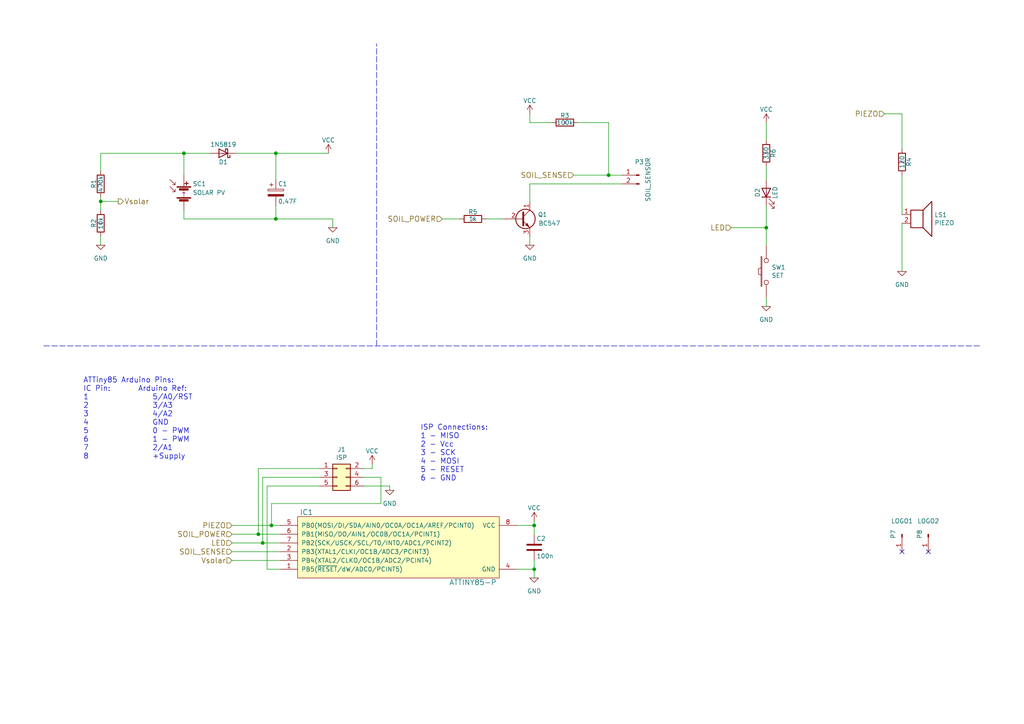
<source format=kicad_sch>
(kicad_sch (version 20250114) (generator "eeschema") (generator_version "9.0")
  (paper "A4")
  (title_block (title "Solar Motor Controller") (date "2017-04-24") (rev "1") (company "The Curious Electric Compnay"))
  (lib_symbols
    (symbol "Connector:Conn_01x01_Male" (pin_names (offset 1.016) (hide yes))
      (property "Reference" "J" (at 0 2.54 0))
      (property "Value" "Connector_Conn_01x01_Male" (at 0 -2.54 0))
      (symbol "Conn_01x01_Male_1_1"
        (rectangle (start 0.8636 0.127) (end 0 -0.127) (stroke (width 0.1524)) (fill (type outline)))
        (polyline (pts (xy 1.27 0) (xy 0.8636 0)) (stroke (width 0.1524)))
        (pin passive line (at 5.08 0 180) (length 3.81) (name "Pin_1") (number "1"))
      )
    )
    (symbol "Connector:Conn_01x02_Male" (pin_names (offset 1.016) (hide yes))
      (property "Reference" "J" (at 0 2.54 0))
      (property "Value" "Connector_Conn_01x02_Male" (at 0 -5.08 0))
      (symbol "Conn_01x02_Male_1_1"
        (rectangle (start 0.8636 0.127) (end 0 -0.127) (stroke (width 0.1524)) (fill (type outline)))
        (rectangle (start 0.8636 -2.413) (end 0 -2.667) (stroke (width 0.1524)) (fill (type outline)))
        (polyline (pts (xy 1.27 0) (xy 0.8636 0)) (stroke (width 0.1524)))
        (polyline (pts (xy 1.27 -2.54) (xy 0.8636 -2.54)) (stroke (width 0.1524)))
        (pin passive line (at 5.08 0 180) (length 3.81) (name "Pin_1") (number "1"))
        (pin passive line (at 5.08 -2.54 180) (length 3.81) (name "Pin_2") (number "2"))
      )
    )
    (symbol "Connector_Generic:Conn_02x03_Odd_Even" (pin_names (offset 1.016) (hide yes))
      (property "Reference" "J" (at 1.27 5.08 0))
      (property "Value" "Conn_02x03_Odd_Even" (at 1.27 -5.08 0))
      (symbol "Conn_02x03_Odd_Even_1_1"
        (rectangle (start -1.27 3.81) (end 3.81 -3.81) (stroke (width 0.254)) (fill (type background)))
        (rectangle (start -1.27 2.667) (end 0 2.413) (stroke (width 0.1524)))
        (rectangle (start -1.27 0.127) (end 0 -0.127) (stroke (width 0.1524)))
        (rectangle (start -1.27 -2.413) (end 0 -2.667) (stroke (width 0.1524)))
        (rectangle (start 3.81 2.667) (end 2.54 2.413) (stroke (width 0.1524)))
        (rectangle (start 3.81 0.127) (end 2.54 -0.127) (stroke (width 0.1524)))
        (rectangle (start 3.81 -2.413) (end 2.54 -2.667) (stroke (width 0.1524)))
        (pin passive line (at -5.08 2.54 0) (length 3.81) (name "Pin_1") (number "1"))
        (pin passive line (at -5.08 0 0) (length 3.81) (name "Pin_3") (number "3"))
        (pin passive line (at -5.08 -2.54 0) (length 3.81) (name "Pin_5") (number "5"))
        (pin passive line (at 7.62 2.54 180) (length 3.81) (name "Pin_2") (number "2"))
        (pin passive line (at 7.62 0 180) (length 3.81) (name "Pin_4") (number "4"))
        (pin passive line (at 7.62 -2.54 180) (length 3.81) (name "Pin_6") (number "6"))
      )
    )
    (symbol "Device:C" (pin_numbers (hide yes)) (pin_names (offset 0.254))
      (property "Reference" "C" (at 0.635 2.54 0))
      (property "Value" "C" (at 0.635 -2.54 0))
      (symbol "C_0_1"
        (polyline (pts (xy -2.032 0.762) (xy 2.032 0.762)) (stroke (width 0.508)))
        (polyline (pts (xy -2.032 -0.762) (xy 2.032 -0.762)) (stroke (width 0.508)))
      )
      (symbol "C_1_1"
        (pin passive line (at 0 3.81 270) (length 2.794) (name "~") (number "1"))
        (pin passive line (at 0 -3.81 90) (length 2.794) (name "~") (number "2"))
      )
    )
    (symbol "Device:CP" (pin_numbers (hide yes)) (pin_names (offset 0.254))
      (property "Reference" "C" (at 0.635 2.54 0))
      (property "Value" "Device_CP" (at 0.635 -2.54 0))
      (symbol "CP_0_1"
        (rectangle (start -2.286 0.508) (end 2.286 1.016))
        (polyline (pts (xy -1.778 2.286) (xy -0.762 2.286)))
        (polyline (pts (xy -1.27 2.794) (xy -1.27 1.778)))
        (rectangle (start 2.286 -0.508) (end -2.286 -1.016) (fill (type outline)))
      )
      (symbol "CP_1_1"
        (pin passive line (at 0 3.81 270) (length 2.794) (name "~") (number "1"))
        (pin passive line (at 0 -3.81 90) (length 2.794) (name "~") (number "2"))
      )
    )
    (symbol "Device:D_Schottky" (pin_numbers (hide yes)) (pin_names (offset 1.016) (hide yes))
      (property "Reference" "D" (at 0 2.54 0))
      (property "Value" "D_Schottky" (at 0 -2.54 0))
      (symbol "D_Schottky_0_1"
        (polyline (pts (xy -1.905 0.635) (xy -1.905 1.27) (xy -1.27 1.27) (xy -1.27 -1.27) (xy -0.635 -1.27) (xy -0.635 -0.635)) (stroke (width 0.254)))
        (polyline (pts (xy 1.27 1.27) (xy 1.27 -1.27) (xy -1.27 0) (xy 1.27 1.27)) (stroke (width 0.254)))
        (polyline (pts (xy 1.27 0) (xy -1.27 0)))
      )
      (symbol "D_Schottky_1_1"
        (pin passive line (at -3.81 0 0) (length 2.54) (name "K") (number "1"))
        (pin passive line (at 3.81 0 180) (length 2.54) (name "A") (number "2"))
      )
    )
    (symbol "Device:LED" (pin_numbers (hide yes)) (pin_names (offset 1.016) (hide yes))
      (property "Reference" "D" (at 0 2.54 0))
      (property "Value" "LED" (at 0 -2.54 0))
      (symbol "LED_0_1"
        (polyline (pts (xy -3.048 -0.762) (xy -4.572 -2.286) (xy -3.81 -2.286) (xy -4.572 -2.286) (xy -4.572 -1.524)))
        (polyline (pts (xy -1.778 -0.762) (xy -3.302 -2.286) (xy -2.54 -2.286) (xy -3.302 -2.286) (xy -3.302 -1.524)))
        (polyline (pts (xy -1.27 0) (xy 1.27 0)))
        (polyline (pts (xy -1.27 -1.27) (xy -1.27 1.27)) (stroke (width 0.254)))
        (polyline (pts (xy 1.27 -1.27) (xy 1.27 1.27) (xy -1.27 0) (xy 1.27 -1.27)) (stroke (width 0.254)))
      )
      (symbol "LED_1_1"
        (pin passive line (at -3.81 0 0) (length 2.54) (name "K") (number "1"))
        (pin passive line (at 3.81 0 180) (length 2.54) (name "A") (number "2"))
      )
    )
    (symbol "Device:Q_NPN_CBE" (pin_names (offset 0) (hide yes))
      (property "Reference" "Q" (at 5.08 1.27 0))
      (property "Value" "Device_Q_NPN_CBE" (at 5.08 -1.27 0))
      (symbol "Q_NPN_CBE_0_1"
        (polyline (pts (xy 0.635 1.905) (xy 0.635 -1.905) (xy 0.635 -1.905)) (stroke (width 0.508)))
        (polyline (pts (xy 0.635 0.635) (xy 2.54 2.54)))
        (polyline (pts (xy 0.635 -0.635) (xy 2.54 -2.54) (xy 2.54 -2.54)))
        (circle (center 1.27 0) (radius 2.8194) (stroke (width 0.254)))
        (polyline (pts (xy 1.27 -1.778) (xy 1.778 -1.27) (xy 2.286 -2.286) (xy 1.27 -1.778) (xy 1.27 -1.778)) (fill (type outline)))
      )
      (symbol "Q_NPN_CBE_1_1"
        (pin input line (at -5.08 0 0) (length 5.715) (name "B") (number "2"))
        (pin passive line (at 2.54 5.08 270) (length 2.54) (name "C") (number "1"))
        (pin passive line (at 2.54 -5.08 90) (length 2.54) (name "E") (number "3"))
      )
    )
    (symbol "Device:R" (pin_numbers (hide yes)) (pin_names (offset 0))
      (property "Reference" "R" (at 2.032 0 90))
      (property "Value" "R" (at 0 0 90))
      (symbol "R_0_1"
        (rectangle (start -1.016 -2.54) (end 1.016 2.54) (stroke (width 0.254)))
      )
      (symbol "R_1_1"
        (pin passive line (at 0 3.81 270) (length 1.27) (name "~") (number "1"))
        (pin passive line (at 0 -3.81 90) (length 1.27) (name "~") (number "2"))
      )
    )
    (symbol "Device:Solar_Cells" (pin_numbers (hide yes)) (pin_names (offset 0) (hide yes))
      (property "Reference" "SC" (at 2.54 2.54 0))
      (property "Value" "Solar_Cells" (at 2.54 0 0))
      (symbol "Solar_Cells_0_1"
        (polyline (pts (xy -2.54 3.048) (xy -2.54 2.286) (xy -3.302 2.286)))
        (polyline (pts (xy -2.54 2.286) (xy -4.064 3.81)))
        (polyline (pts (xy -2.54 1.016) (xy -2.54 0.254) (xy -3.302 0.254)))
        (polyline (pts (xy -2.54 0.254) (xy -4.064 1.778)))
        (rectangle (start -2.032 1.778) (end 2.032 1.524) (fill (type outline)))
        (rectangle (start -2.032 -1.397) (end 2.032 -1.651) (fill (type outline)))
        (rectangle (start -1.3208 1.1938) (end 1.27 0.6858) (fill (type outline)))
        (rectangle (start -1.3208 -1.9812) (end 1.27 -2.4892) (fill (type outline)))
        (polyline (pts (xy 0 1.778) (xy 0 2.54)))
        (polyline (pts (xy 0 0.508) (xy 0 0.762)))
        (polyline (pts (xy 0 0) (xy 0 0.254)))
        (polyline (pts (xy 0 -0.508) (xy 0 -0.254)))
        (polyline (pts (xy 0 -1.016) (xy 0 -0.762)))
        (polyline (pts (xy 0 -1.524) (xy 0 -1.27)))
        (polyline (pts (xy 0.254 2.667) (xy 1.27 2.667)) (stroke (width 0.254)))
        (polyline (pts (xy 0.762 3.175) (xy 0.762 2.159)) (stroke (width 0.254)))
      )
      (symbol "Solar_Cells_1_1"
        (pin passive line (at 0 5.08 270) (length 2.54) (name "+") (number "1"))
        (pin passive line (at 0 -5.08 90) (length 2.54) (name "-") (number "2"))
      )
    )
    (symbol "Device:Speaker" (pin_names (offset 0) (hide yes))
      (property "Reference" "LS" (at 1.27 5.715 0))
      (property "Value" "Speaker" (at 1.27 3.81 0))
      (symbol "Speaker_0_0"
        (rectangle (start -2.54 1.27) (end 1.016 -3.81) (stroke (width 0.254)))
        (polyline (pts (xy 1.016 1.27) (xy 3.556 3.81) (xy 3.556 -6.35) (xy 1.016 -3.81)) (stroke (width 0.254)))
      )
      (symbol "Speaker_1_1"
        (pin input line (at -5.08 0 0) (length 2.54) (name "1") (number "1"))
        (pin input line (at -5.08 -2.54 0) (length 2.54) (name "2") (number "2"))
      )
    )
    (symbol "matts_components:ATTINY85-P" (pin_names (offset 1.016))
      (property "Reference" "IC" (at 2.54 1.27 0))
      (property "Value" "ATTINY85-P" (at 50.8 -19.05 0))
      (symbol "ATTINY85-P_0_1"
        (rectangle (start 0 0) (end 58.42 -17.78) (fill (type background)))
      )
      (symbol "ATTINY85-P_1_1"
        (pin bidirectional line (at -5.08 -2.54 0) (length 5.08) (name "PB0(MOSI/DI/SDA/AIN0/OC0A/OC1A/AREF/PCINT0)") (number "5"))
        (pin bidirectional line (at -5.08 -5.08 0) (length 5.08) (name "PB1(MISO/DO/AIN1/OC0B/OC1A/PCINT1)") (number "6"))
        (pin bidirectional line (at -5.08 -7.62 0) (length 5.08) (name "PB2(SCK/USCK/SCL/T0/INT0/ADC1/PCINT2)") (number "7"))
        (pin bidirectional line (at -5.08 -10.16 0) (length 5.08) (name "PB3(XTAL1/CLKI/OC1B/ADC3/PCINT3)") (number "2"))
        (pin bidirectional line (at -5.08 -12.7 0) (length 5.08) (name "PB4(XTAL2/CLKO/OC1B/ADC2/PCINT4)") (number "3"))
        (pin bidirectional line (at -5.08 -15.24 0) (length 5.08) (name "PB5(~{RESET}/dW/ADC0/PCINT5)") (number "1"))
        (pin power_in line (at 63.5 -2.54 180) (length 5.08) (name "VCC") (number "8"))
        (pin power_in line (at 63.5 -15.24 180) (length 5.08) (name "GND") (number "4"))
      )
    )
    (symbol "matts_components:GND" (power) (pin_names (offset 0))
      (symbol "GND_0_1"
        (polyline (pts (xy -1.27 0) (xy 0 -1.27) (xy 1.27 0) (xy -1.27 0)))
      )
      (symbol "GND_1_1"
        (pin power_in line (at 0 0 90) (length 0) (hide yes) (name "GND") (number "1"))
      )
    )
    (symbol "matts_components:SW_PUSH" (pin_numbers (hide yes)) (pin_names (offset 1.016) (hide yes))
      (property "Reference" "SW" (at 3.81 2.794 0))
      (property "Value" "SW_PUSH" (at 0 -2.032 0))
      (symbol "SW_PUSH_0_1"
        (rectangle (start -4.318 1.27) (end 4.318 1.524))
        (polyline (pts (xy -1.016 1.524) (xy -0.762 2.286) (xy 0.762 2.286) (xy 1.016 1.524)))
        (pin passive inverted (at -7.62 0 0) (length 5.08) (name "1") (number "1"))
        (pin passive inverted (at 7.62 0 180) (length 5.08) (name "2") (number "2"))
      )
    )
    (symbol "power:VCC" (power) (pin_numbers (hide yes)) (pin_names (offset 0) (hide yes))
      (property "Value" "VCC" (at 0 3.556 0))
      (symbol "VCC_0_1"
        (polyline (pts (xy -0.762 1.27) (xy 0 2.54)))
        (polyline (pts (xy 0 2.54) (xy 0.762 1.27)))
        (polyline (pts (xy 0 0) (xy 0 2.54)))
      )
      (symbol "VCC_1_1"
        (pin power_in line (at 0 0 90) (length 0) (name "~") (number "1"))
      )
    )
  )
  (text "ATTiny85 Arduino Pins:\nIC Pin:       Arduino Ref:\n1                5/A0/RST\n2                3/A3\n3                4/A2\n4                GND\n5                0 - PWM\n6                1 - PWM\n7                2/A1\n8                +Supply" (at 24.13 133.35 0) (effects (font (size 1.524 1.524)) (justify left bottom)))
  (text "ISP Connections:\n1 - MISO\n2 - Vcc\n3 - SCK\n4 - MOSI\n5 - RESET\n6 - GND\n" (at 121.92 139.7 0) (effects (font (size 1.524 1.524)) (justify left bottom)))
  (junction (at 80.01 44.45))
  (junction (at 53.34 44.45))
  (junction (at 76.2 157.48))
  (junction (at 78.74 152.4))
  (junction (at 74.93 154.94))
  (junction (at 222.25 66.04))
  (junction (at 154.94 152.4))
  (junction (at 80.01 63.5))
  (junction (at 154.94 165.1))
  (junction (at 29.21 58.42))
  (junction (at 176.53 50.8))
  (no_connect (at 269.24 160.02))
  (no_connect (at 261.62 160.02))
  (wire (pts (xy 29.21 49.53) (xy 29.21 44.45)))
  (wire (pts (xy 77.47 165.1) (xy 81.28 165.1)))
  (wire (pts (xy 222.25 66.04) (xy 222.25 71.12)))
  (wire (pts (xy 29.21 57.15) (xy 29.21 58.42)))
  (wire (pts (xy 128.27 63.5) (xy 133.35 63.5)))
  (wire (pts (xy 68.58 44.45) (xy 80.01 44.45)))
  (wire (pts (xy 153.67 53.34) (xy 180.34 53.34)))
  (wire (pts (xy 92.71 140.97) (xy 77.47 140.97)))
  (wire (pts (xy 78.74 146.05) (xy 78.74 152.4)))
  (wire (pts (xy 53.34 44.45) (xy 60.96 44.45)))
  (wire (pts (xy 78.74 152.4) (xy 81.28 152.4)))
  (wire (pts (xy 76.2 138.43) (xy 76.2 157.48)))
  (wire (pts (xy 92.71 138.43) (xy 76.2 138.43)))
  (wire (pts (xy 153.67 35.56) (xy 160.02 35.56)))
  (wire (pts (xy 67.31 160.02) (xy 81.28 160.02)))
  (wire (pts (xy 53.34 50.8) (xy 53.34 44.45)))
  (wire (pts (xy 80.01 52.07) (xy 80.01 44.45)))
  (wire (pts (xy 29.21 44.45) (xy 53.34 44.45)))
  (wire (pts (xy 67.31 152.4) (xy 78.74 152.4)))
  (wire (pts (xy 176.53 35.56) (xy 176.53 50.8)))
  (wire (pts (xy 80.01 63.5) (xy 96.52 63.5)))
  (wire (pts (xy 176.53 50.8) (xy 180.34 50.8)))
  (wire (pts (xy 67.31 162.56) (xy 81.28 162.56)))
  (wire (pts (xy 110.49 138.43) (xy 110.49 146.05)))
  (wire (pts (xy 80.01 59.69) (xy 80.01 63.5)))
  (wire (pts (xy 261.62 64.77) (xy 261.62 78.74)))
  (wire (pts (xy 110.49 146.05) (xy 78.74 146.05)))
  (wire (pts (xy 140.97 63.5) (xy 146.05 63.5)))
  (wire (pts (xy 67.31 154.94) (xy 74.93 154.94)))
  (wire (pts (xy 29.21 68.58) (xy 29.21 71.12)))
  (wire (pts (xy 105.41 140.97) (xy 113.03 140.97)))
  (polyline (pts (xy 109.22 100.33) (xy 109.22 12.7)) (stroke (width 0) (type dash)))
  (wire (pts (xy 105.41 135.89) (xy 107.95 135.89)))
  (wire (pts (xy 222.25 59.69) (xy 222.25 66.04)))
  (wire (pts (xy 53.34 63.5) (xy 80.01 63.5)))
  (wire (pts (xy 77.47 140.97) (xy 77.47 165.1)))
  (wire (pts (xy 92.71 135.89) (xy 74.93 135.89)))
  (wire (pts (xy 212.09 66.04) (xy 222.25 66.04)))
  (wire (pts (xy 107.95 135.89) (xy 107.95 134.62)))
  (wire (pts (xy 149.86 152.4) (xy 154.94 152.4)))
  (wire (pts (xy 256.54 33.02) (xy 261.62 33.02)))
  (wire (pts (xy 74.93 135.89) (xy 74.93 154.94)))
  (wire (pts (xy 105.41 138.43) (xy 110.49 138.43)))
  (wire (pts (xy 222.25 86.36) (xy 222.25 88.9)))
  (wire (pts (xy 154.94 165.1) (xy 154.94 167.64)))
  (wire (pts (xy 154.94 162.56) (xy 154.94 165.1)))
  (wire (pts (xy 261.62 33.02) (xy 261.62 43.18)))
  (wire (pts (xy 153.67 58.42) (xy 153.67 53.34)))
  (wire (pts (xy 113.03 140.97) (xy 113.03 142.24)))
  (wire (pts (xy 153.67 35.56) (xy 153.67 33.02)))
  (wire (pts (xy 149.86 165.1) (xy 154.94 165.1)))
  (wire (pts (xy 96.52 63.5) (xy 96.52 66.04)))
  (wire (pts (xy 153.67 71.12) (xy 153.67 68.58)))
  (wire (pts (xy 67.31 157.48) (xy 76.2 157.48)))
  (wire (pts (xy 176.53 50.8) (xy 166.37 50.8)))
  (wire (pts (xy 222.25 35.56) (xy 222.25 40.64)))
  (wire (pts (xy 74.93 154.94) (xy 81.28 154.94)))
  (wire (pts (xy 53.34 60.96) (xy 53.34 63.5)))
  (wire (pts (xy 76.2 157.48) (xy 81.28 157.48)))
  (wire (pts (xy 29.21 58.42) (xy 29.21 60.96)))
  (wire (pts (xy 222.25 48.26) (xy 222.25 52.07)))
  (wire (pts (xy 154.94 152.4) (xy 154.94 154.94)))
  (wire (pts (xy 29.21 58.42) (xy 34.29 58.42)))
  (wire (pts (xy 261.62 62.23) (xy 261.62 50.8)))
  (wire (pts (xy 167.64 35.56) (xy 176.53 35.56)))
  (polyline (pts (xy 12.7 100.33) (xy 284.48 100.33)) (stroke (width 0) (type dash)))
  (wire (pts (xy 154.94 151.13) (xy 154.94 152.4)))
  (wire (pts (xy 80.01 44.45) (xy 95.25 44.45)))
  (hierarchical_label "PIEZO" (shape input) (at 67.31 152.4 180) (effects (font (size 1.524 1.524))))
  (hierarchical_label "SOIL_POWER" (shape input) (at 67.31 154.94 180) (effects (font (size 1.524 1.524))))
  (hierarchical_label "PIEZO" (shape input) (at 256.54 33.02 180) (effects (font (size 1.524 1.524))))
  (hierarchical_label "SOIL_POWER" (shape input) (at 128.27 63.5 180) (effects (font (size 1.524 1.524))))
  (hierarchical_label "SOIL_SENSE" (shape input) (at 166.37 50.8 180) (effects (font (size 1.524 1.524))))
  (hierarchical_label "Vsolar" (shape input) (at 67.31 162.56 180) (effects (font (size 1.524 1.524))))
  (hierarchical_label "LED" (shape input) (at 212.09 66.04 180) (effects (font (size 1.524 1.524))))
  (hierarchical_label "SOIL_SENSE" (shape input) (at 67.31 160.02 180) (effects (font (size 1.524 1.524))))
  (hierarchical_label "Vsolar" (shape output) (at 34.29 58.42 0) (effects (font (size 1.524 1.524))))
  (hierarchical_label "LED" (shape input) (at 67.31 157.48 180) (effects (font (size 1.524 1.524))))
  (symbol (lib_id "Device:CP") (at 80.01 55.88 0) (unit 1)
    (property "Reference" "C1" (at 80.645 53.34 0) (effects (justify left)))
    (property "Value" "0.47F" (at 80.645 58.42 0) (effects (justify left)))
    (property "Footprint" "REInnovationFootprint:C_0_47F_SuperCap_2POS" (effects (hide yes)))
    (property "Supplier 1" "Aliexpress" (effects (hide yes)))
    (property "Supplier 1 Cost" "0.4" (effects (hide yes)))
  )
  (symbol (lib_id "Device:Solar_Cells") (at 53.34 55.88 0) (unit 1)
    (property "Reference" "SC1" (at 55.88 53.34 0) (effects (justify left)))
    (property "Value" "SOLAR PV" (at 55.88 55.88 0) (effects (justify left)))
    (property "Footprint" "REInnovationFootprint:PV_53x30mm_TH" (effects (hide yes)))
    (property "Notes" "~" (at 53.34 55.88 0) (effects (font (size 1.524 1.524))))
    (property "Description" "53x30mm 30mA 5V PV module" (effects (hide yes)))
    (property "Supplier 1" "Aliexpress" (effects (hide yes)))
    (property "Supplier 1 Cost" "0.7" (effects (hide yes)))
  )
  (symbol (lib_id "Device:D_Schottky") (at 64.77 44.45 180) (unit 1)
    (property "Reference" "D1" (at 64.77 46.99 0))
    (property "Value" "1N5819" (at 64.77 41.91 0))
    (property "Footprint" "REInnovationFootprint:TH_Diode_1" (effects (hide yes)))
    (property "Notes" "~" (at 64.77 44.45 0) (effects (font (size 1.524 1.524))))
    (property "Supplier 1" "RS" (effects (hide yes)))
    (property "Supplier 1 Cost" "0.03" (effects (hide yes)))
  )
  (symbol (lib_id "Connector:Conn_01x01_Male") (at 261.62 154.94 90) (mirror x) (unit 1)
    (property "Reference" "P7" (at 259.08 154.94 0))
    (property "Value" "LOGO1" (at 261.62 151.13 90))
    (property "Footprint" "CuriousElectric3:2020_04_14_CuriousElectricCompany_Logo_Round_10mm_FCu" (effects (hide yes)))
  )
  (symbol (lib_id "Connector:Conn_01x01_Male") (at 269.24 154.94 90) (mirror x) (unit 1)
    (property "Reference" "P8" (at 266.7 154.94 0))
    (property "Value" "LOGO2" (at 269.24 151.13 90))
    (property "Footprint" "CuriousElectric3:TCEC_Words_13mm" (effects (hide yes)))
  )
  (symbol (lib_id "matts_components:GND") (at 96.52 66.04 0) (unit 1)
    (property "Reference" "#PWR01" (effects (hide yes)))
    (property "Value" "GND" (at 96.52 69.85 0))
  )
  (symbol (lib_id "power:VCC") (at 95.25 44.45 0) (unit 1)
    (property "Reference" "#PWR02" (effects (hide yes)))
    (property "Value" "VCC" (at 95.25 40.64 0))
  )
  (symbol (lib_id "matts_components:ATTINY85-P") (at 86.36 149.86 0) (unit 1)
    (property "Reference" "IC1" (at 88.9 148.59 0) (effects (font (size 1.524 1.524))))
    (property "Value" "ATTINY85-P" (at 137.16 168.91 0) (effects (font (size 1.524 1.524))))
    (property "Footprint" "REInnovationFootprint:DIP-8_300_ELL" (effects (hide yes)))
    (property "Datasheet" "http://www.farnell.com/datasheets/1744708.pdf?_ga=2.238630600.937687315.1494695229-1523402957.1422198431" (effects (hide yes)))
    (property "Description" "8 Bit uP 20MHz" (effects (hide yes)))
    (property "Manufacturer" "ATMEL" (effects (hide yes)))
    (property "Manufacturer Part No" "ATTINY85-20PU" (effects (hide yes)))
    (property "Supplier 1" "Farnell" (effects (hide yes)))
    (property "Supplier 1 Part No" "1455162" (effects (hide yes)))
    (property "Supplier 1 Cost" "1.12" (effects (hide yes)))
  )
  (symbol (lib_id "Device:C") (at 154.94 158.75 0) (unit 1)
    (property "Reference" "C2" (at 155.575 156.21 0) (effects (justify left)))
    (property "Value" "100n" (at 155.575 161.29 0) (effects (justify left)))
    (property "Footprint" "REInnovationFootprint:C1_wide_lg_pad" (effects (hide yes)))
    (property "Supplier 1" "Rapid" (effects (hide yes)))
    (property "Supplier 1 Cost" "0.07" (effects (hide yes)))
  )
  (symbol (lib_id "power:VCC") (at 154.94 151.13 0) (unit 1)
    (property "Reference" "#PWR05" (effects (hide yes)))
    (property "Value" "VCC" (at 154.94 147.32 0))
  )
  (symbol (lib_id "matts_components:GND") (at 154.94 167.64 0) (unit 1)
    (property "Reference" "#PWR06" (effects (hide yes)))
    (property "Value" "GND" (at 154.94 171.45 0))
  )
  (symbol (lib_id "Device:Q_NPN_CBE") (at 151.13 63.5 0) (unit 1)
    (property "Reference" "Q1" (at 158.75 62.23 0) (effects (justify right)))
    (property "Value" "BC547" (at 162.56 64.77 0) (effects (justify right)))
    (property "Footprint" "REInnovationFootprint:TO92-EBC_large_pad" (effects (hide yes)))
  )
  (symbol (lib_id "Device:R") (at 137.16 63.5 90) (unit 1)
    (property "Reference" "R5" (at 137.16 61.468 90))
    (property "Value" "1k" (at 137.16 63.5 90))
    (property "Footprint" "REInnovationFootprint:TH_Resistor_1" (effects (hide yes)))
    (property "Notes" "~" (at 137.16 63.5 0) (effects (font (size 1.524 1.524))))
    (property "Supplier 1 Cost" "0.01" (effects (hide yes)))
  )
  (symbol (lib_id "Connector:Conn_01x02_Male") (at 185.42 50.8 0) (mirror y) (unit 1)
    (property "Reference" "P3" (at 185.42 46.99 0))
    (property "Value" "SOIL_SENSOR" (at 187.96 52.07 90))
    (property "Footprint" "CuriousElectric3:2020_04_14_SolarSoilSensorPCB_Outline" (effects (hide yes)))
  )
  (symbol (lib_id "power:VCC") (at 153.67 33.02 0) (unit 1)
    (property "Reference" "#PWR07" (effects (hide yes)))
    (property "Value" "VCC" (at 153.67 29.21 0))
  )
  (symbol (lib_id "matts_components:GND") (at 153.67 71.12 0) (unit 1)
    (property "Reference" "#PWR08" (effects (hide yes)))
    (property "Value" "GND" (at 153.67 74.93 0))
  )
  (symbol (lib_id "power:VCC") (at 107.95 134.62 0) (unit 1)
    (property "Reference" "#PWR09" (effects (hide yes)))
    (property "Value" "VCC" (at 107.95 130.81 0))
  )
  (symbol (lib_id "matts_components:GND") (at 113.03 142.24 0) (unit 1)
    (property "Reference" "#PWR010" (effects (hide yes)))
    (property "Value" "GND" (at 113.03 146.05 0))
  )
  (symbol (lib_id "Device:R") (at 29.21 53.34 180) (unit 1)
    (property "Reference" "R1" (at 27.178 53.34 90))
    (property "Value" "470k" (at 29.21 53.34 90))
    (property "Footprint" "REInnovationFootprint:TH_Resistor_1" (effects (hide yes)))
    (property "Notes" "~" (at 29.21 53.34 0) (effects (font (size 1.524 1.524))))
    (property "Supplier 1 Cost" "0.01" (effects (hide yes)))
  )
  (symbol (lib_id "Device:R") (at 29.21 64.77 180) (unit 1)
    (property "Reference" "R2" (at 27.178 64.77 90))
    (property "Value" "10k" (at 29.21 64.77 90))
    (property "Footprint" "REInnovationFootprint:TH_Resistor_1" (effects (hide yes)))
    (property "Notes" "~" (at 29.21 64.77 0) (effects (font (size 1.524 1.524))))
    (property "Supplier 1 Cost" "0.01" (effects (hide yes)))
  )
  (symbol (lib_id "matts_components:GND") (at 29.21 71.12 0) (unit 1)
    (property "Reference" "#PWR013" (effects (hide yes)))
    (property "Value" "GND" (at 29.21 74.93 0))
  )
  (symbol (lib_id "Device:R") (at 222.25 44.45 0) (unit 1)
    (property "Reference" "R6" (at 224.282 44.45 90))
    (property "Value" "330" (at 222.25 44.45 90))
    (property "Footprint" "REInnovationFootprint:TH_Resistor_1" (effects (hide yes)))
    (property "Notes" "~" (at 222.25 44.45 0) (effects (font (size 1.524 1.524))))
    (property "Supplier 1 Cost" "0.01" (effects (hide yes)))
  )
  (symbol (lib_id "matts_components:GND") (at 222.25 88.9 0) (unit 1)
    (property "Reference" "#PWR014" (effects (hide yes)))
    (property "Value" "GND" (at 222.25 92.71 0))
  )
  (symbol (lib_id "Device:LED") (at 222.25 55.88 90) (unit 1)
    (property "Reference" "D2" (at 219.71 55.88 0))
    (property "Value" "LED" (at 224.79 55.88 0))
    (property "Footprint" "REInnovationFootprint:LED-5MM_larg_pad" (effects (hide yes)))
    (property "Notes" "~" (at 222.25 55.88 0) (effects (font (size 1.524 1.524))))
    (property "Description" "5mm White LED ?" (effects (hide yes)))
    (property "Supplier 1" "Aliexpress" (effects (hide yes)))
    (property "Supplier 1 Cost" "0.1" (effects (hide yes)))
  )
  (symbol (lib_id "Device:Speaker") (at 266.7 62.23 0) (unit 1)
    (property "Reference" "LS1" (at 271.018 62.3316 0) (effects (justify left)))
    (property "Value" "PIEZO" (at 271.018 64.643 0) (effects (justify left)))
    (property "Footprint" "REInnovationFootprint:TH_PIEZO_17x7" (effects (hide yes)))
  )
  (symbol (lib_id "matts_components:GND") (at 261.62 78.74 0) (unit 1)
    (property "Reference" "#PWR0101" (effects (hide yes)))
    (property "Value" "GND" (at 261.62 82.55 0))
  )
  (symbol (lib_id "Connector_Generic:Conn_02x03_Odd_Even") (at 97.79 138.43 0) (unit 1)
    (property "Reference" "J1" (at 99.06 130.3782 0))
    (property "Value" "ISP" (at 99.06 132.6896 0))
    (property "Footprint" "REInnovationFootprint:TH3x2_ISP" (effects (hide yes)))
  )
  (symbol (lib_id "Device:R") (at 163.83 35.56 90) (unit 1)
    (property "Reference" "R3" (at 163.83 33.528 90))
    (property "Value" "100k" (at 163.83 35.56 90))
    (property "Footprint" "REInnovationFootprint:TH_Resistor_1" (effects (hide yes)))
    (property "Notes" "~" (at 163.83 35.56 0) (effects (font (size 1.524 1.524))))
    (property "Supplier 1 Cost" "0.01" (effects (hide yes)))
  )
  (symbol (lib_id "power:VCC") (at 222.25 35.56 0) (unit 1)
    (property "Reference" "#PWR03" (effects (hide yes)))
    (property "Value" "VCC" (at 222.25 31.75 0))
  )
  (symbol (lib_id "Device:R") (at 261.62 46.99 0) (unit 1)
    (property "Reference" "R4" (at 263.652 46.99 90))
    (property "Value" "120" (at 261.62 46.99 90))
    (property "Footprint" "REInnovationFootprint:TH_Resistor_1" (effects (hide yes)))
    (property "Notes" "~" (at 261.62 46.99 0) (effects (font (size 1.524 1.524))))
    (property "Supplier 1 Cost" "0.01" (effects (hide yes)))
  )
  (symbol (lib_id "matts_components:SW_PUSH") (at 222.25 78.74 90) (unit 1)
    (property "Reference" "SW1" (at 223.774 77.5462 90) (effects (justify right)))
    (property "Value" "SET" (at 223.774 79.9084 90) (effects (justify right)))
    (property "Footprint" "REInnovationFootprint:SW_PUSH_SMALL_lg_pad" (effects (hide yes)))
  )
)
</source>
